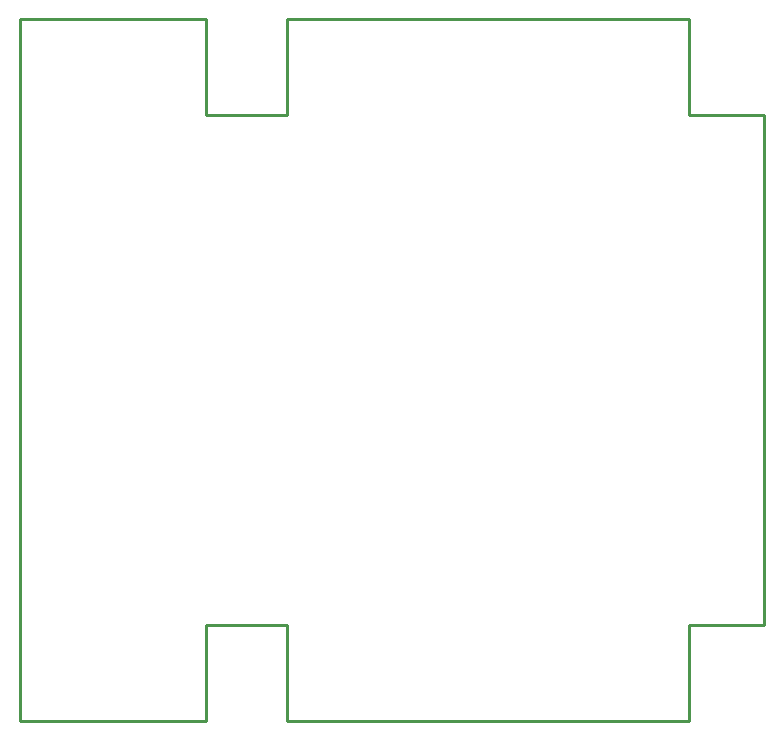
<source format=gm1>
G04 #@! TF.FileFunction,Profile,NP*
%FSLAX46Y46*%
G04 Gerber Fmt 4.6, Leading zero omitted, Abs format (unit mm)*
G04 Created by KiCad (PCBNEW 4.0.2-4+6225~38~ubuntu14.04.1-stable) date Tue 08 Mar 2016 14:25:17 CET*
%MOMM*%
G01*
G04 APERTURE LIST*
%ADD10C,0.150000*%
%ADD11C,0.254000*%
G04 APERTURE END LIST*
D10*
D11*
X235712000Y-176530000D02*
X241046000Y-176530000D01*
X242062000Y-176530000D02*
X241046000Y-176530000D01*
X242062000Y-152654000D02*
X242062000Y-176530000D01*
X242062000Y-133350000D02*
X235712000Y-133350000D01*
X242062000Y-152654000D02*
X242062000Y-133350000D01*
X179070000Y-125222000D02*
X179324000Y-125222000D01*
X179070000Y-133350000D02*
X179070000Y-125222000D01*
X179070000Y-184658000D02*
X179070000Y-133350000D01*
X194818000Y-184658000D02*
X179070000Y-184658000D01*
X194818000Y-176530000D02*
X194818000Y-184658000D01*
X201676000Y-176530000D02*
X194818000Y-176530000D01*
X201676000Y-184658000D02*
X201676000Y-176530000D01*
X235712000Y-184658000D02*
X201676000Y-184658000D01*
X235712000Y-176530000D02*
X235712000Y-184658000D01*
X235712000Y-125222000D02*
X235712000Y-133350000D01*
X201676000Y-125222000D02*
X235712000Y-125222000D01*
X201676000Y-133350000D02*
X201676000Y-125222000D01*
X194818000Y-133350000D02*
X201676000Y-133350000D01*
X194818000Y-125222000D02*
X194818000Y-133350000D01*
X179324000Y-125222000D02*
X194818000Y-125222000D01*
M02*

</source>
